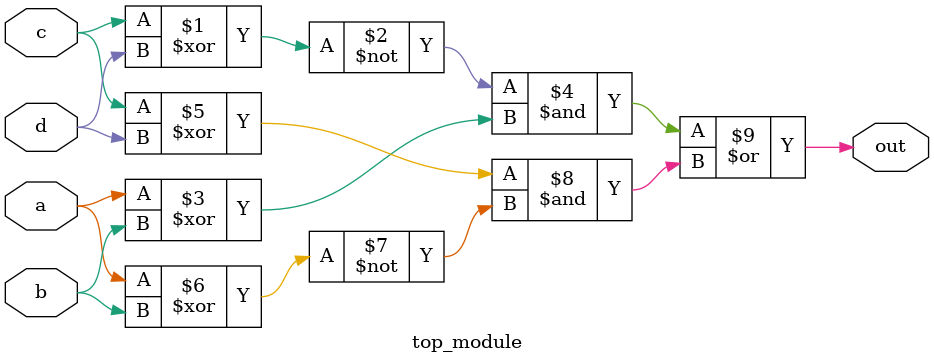
<source format=v>
module top_module(
    input a,
    input b,
    input c,
    input d,
    output out  ); 
    assign out = (~(c^d) & (a^b)) | ((c^d) & ~(a^b));
endmodule

</source>
